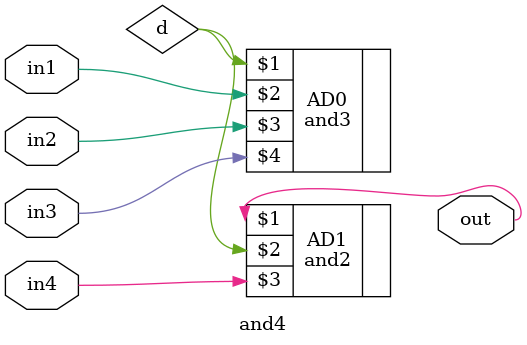
<source format=v>
module and4(out, in1, in2, in3, in4);
    input in1, in2, in3, in4;
    output out;

    wire d;
    and3 AD0(d, in1, in2, in3);
    and2 AD1(out, d, in4);
endmodule
</source>
